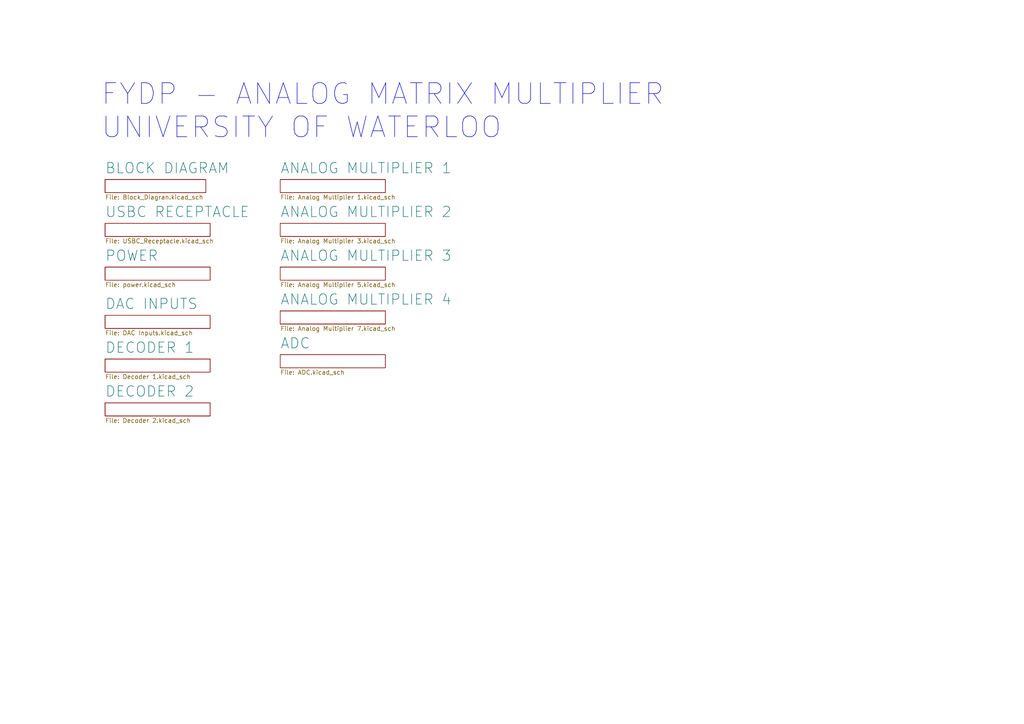
<source format=kicad_sch>
(kicad_sch (version 20230121) (generator eeschema)
  (paper "A4")
  (lib_symbols)
  (text "FYDP - ANALOG MATRIX MULTIPLIER\nUNIVERSITY OF WATERLOO" (at 29.21 40.64 0) (effects (font (size 6 6)) (justify left bottom)))
  (sheet (at 30.48 52.07) (size 29.21 3.81) (stroke (width 0.1524))
    (property "Sheetname" "BLOCK DIAGRAM" (at 30.48 50.4934 0) (effects (font (size 3 3)) (justify left bottom)))
    (property "Sheetfile" "Block_Diagran.kicad_sch" (at 30.48 56.4646 0) (effects (justify left top)))
  )
  (sheet (at 81.28 52.07) (size 30.48 3.81) (stroke (width 0.1524))
    (property "Sheetname" "ANALOG MULTIPLIER 1" (at 81.28 50.4934 0) (effects (font (size 3 3)) (justify left bottom)))
    (property "Sheetfile" "Analog Multiplier 1.kicad_sch" (at 81.28 56.4646 0) (effects (justify left top)))
  )
  (sheet (at 30.48 104.14) (size 30.48 3.81) (stroke (width 0.1524))
    (property "Sheetname" "DECODER 1" (at 30.48 102.5634 0) (effects (font (size 3 3)) (justify left bottom)))
    (property "Sheetfile" "Decoder 1.kicad_sch" (at 30.48 108.5346 0) (effects (justify left top)))
  )
  (sheet (at 81.28 90.17) (size 30.48 3.81) (stroke (width 0.1524))
    (property "Sheetname" "ANALOG MULTIPLIER 4" (at 81.28 88.5934 0) (effects (font (size 3 3)) (justify left bottom)))
    (property "Sheetfile" "Analog Multiplier 7.kicad_sch" (at 81.28 94.5646 0) (effects (justify left top)))
  )
  (sheet (at 81.28 64.77) (size 30.48 3.81) (stroke (width 0.1524))
    (property "Sheetname" "ANALOG MULTIPLIER 2" (at 81.28 63.1934 0) (effects (font (size 3 3)) (justify left bottom)))
    (property "Sheetfile" "Analog Multiplier 3.kicad_sch" (at 81.28 69.1646 0) (effects (justify left top)))
  )
  (sheet (at 81.28 102.87) (size 30.48 3.81) (stroke (width 0.1524))
    (property "Sheetname" "ADC" (at 81.28 101.2934 0) (effects (font (size 3 3)) (justify left bottom)))
    (property "Sheetfile" "ADC.kicad_sch" (at 81.28 107.2646 0) (effects (justify left top)))
  )
  (sheet (at 81.28 77.47) (size 30.48 3.81) (stroke (width 0.1524))
    (property "Sheetname" "ANALOG MULTIPLIER 3" (at 81.28 75.8934 0) (effects (font (size 3 3)) (justify left bottom)))
    (property "Sheetfile" "Analog Multiplier 5.kicad_sch" (at 81.28 81.8646 0) (effects (justify left top)))
  )
  (sheet (at 30.48 116.84) (size 30.48 3.81) (stroke (width 0.1524))
    (property "Sheetname" "DECODER 2" (at 30.48 115.2634 0) (effects (font (size 3 3)) (justify left bottom)))
    (property "Sheetfile" "Decoder 2.kicad_sch" (at 30.48 121.2346 0) (effects (justify left top)))
  )
  (sheet (at 30.48 91.44) (size 30.48 3.81) (stroke (width 0.1524))
    (property "Sheetname" "DAC INPUTS" (at 30.48 89.8634 0) (effects (font (size 3 3)) (justify left bottom)))
    (property "Sheetfile" "DAC Inputs.kicad_sch" (at 30.48 95.8346 0) (effects (justify left top)))
  )
  (sheet (at 30.48 64.77) (size 30.48 3.81) (stroke (width 0.1524))
    (property "Sheetname" "USBC RECEPTACLE" (at 30.48 63.1934 0) (effects (font (size 3 3)) (justify left bottom)))
    (property "Sheetfile" "USBC_Receptacle.kicad_sch" (at 30.48 69.1646 0) (effects (justify left top)))
  )
  (sheet (at 30.48 77.47) (size 30.48 3.81) (stroke (width 0.1524))
    (property "Sheetname" "POWER" (at 30.48 75.8934 0) (effects (font (size 3 3)) (justify left bottom)))
    (property "Sheetfile" "power.kicad_sch" (at 30.48 81.8646 0) (effects (justify left top)))
  )
)
</source>
